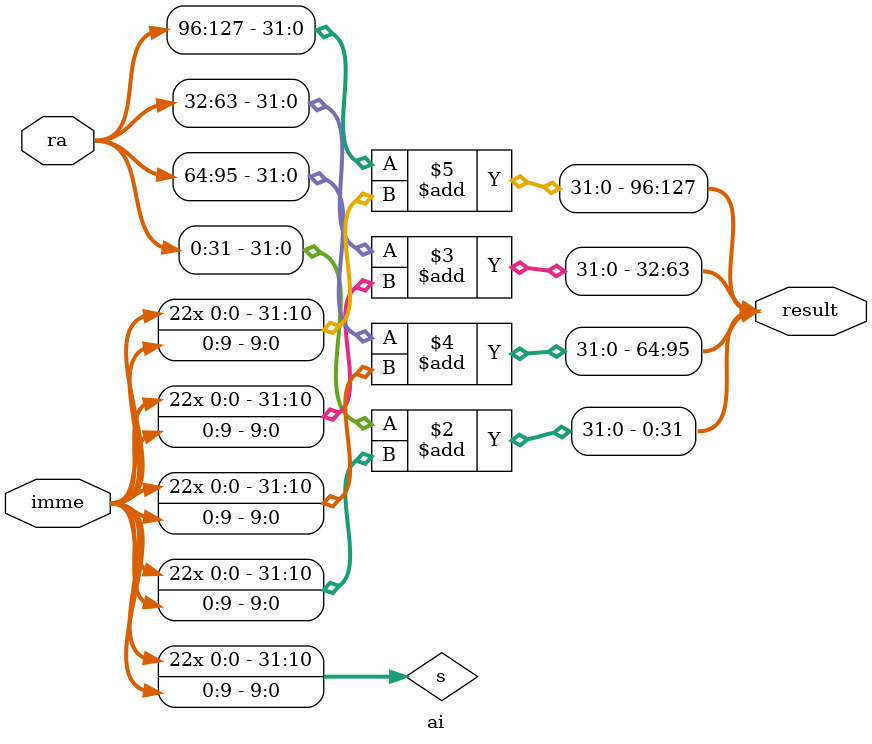
<source format=v>
module ai(
  input [0:127] ra, 
  input [0:9] imme, 

  output [0:127] result 
);
reg [0:31] s; 
always @(*) begin
  // Replicate and sign-extend the immediate value
  s = {{22{imme[0]}}, imme}; // Sign-extend 10-bit immediate to 32-bit
  // 32 - 10 22
  // Compute the result for each 32-bit slot
  result[0:31]   = ra[0:31]   + s; 
  result[32:63]  = ra[32:63]  + s; 
  result[64:95]  = ra[64:95]  + s; 
  result[96:127] = ra[96:127] + s; 
end
endmodule
</source>
